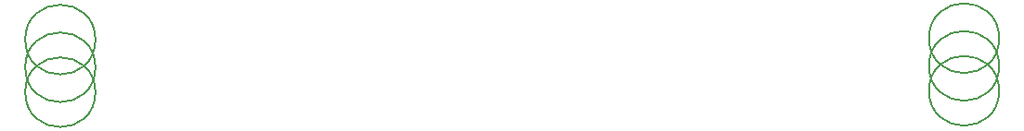
<source format=gbr>
G04 #@! TF.FileFunction,Other,Comment*
%FSLAX46Y46*%
G04 Gerber Fmt 4.6, Leading zero omitted, Abs format (unit mm)*
G04 Created by KiCad (PCBNEW 4.0.4-stable) date 02/12/17 18:05:12*
%MOMM*%
%LPD*%
G01*
G04 APERTURE LIST*
%ADD10C,0.100000*%
%ADD11C,0.150000*%
G04 APERTURE END LIST*
D10*
D11*
X127533000Y-81534000D02*
G75*
G03X127533000Y-81534000I-3200000J0D01*
G01*
X127533000Y-86360000D02*
G75*
G03X127533000Y-86360000I-3200000J0D01*
G01*
X127533000Y-84074000D02*
G75*
G03X127533000Y-84074000I-3200000J0D01*
G01*
X209956000Y-83947000D02*
G75*
G03X209956000Y-83947000I-3200000J0D01*
G01*
X209956000Y-86233000D02*
G75*
G03X209956000Y-86233000I-3200000J0D01*
G01*
X209956000Y-81407000D02*
G75*
G03X209956000Y-81407000I-3200000J0D01*
G01*
M02*

</source>
